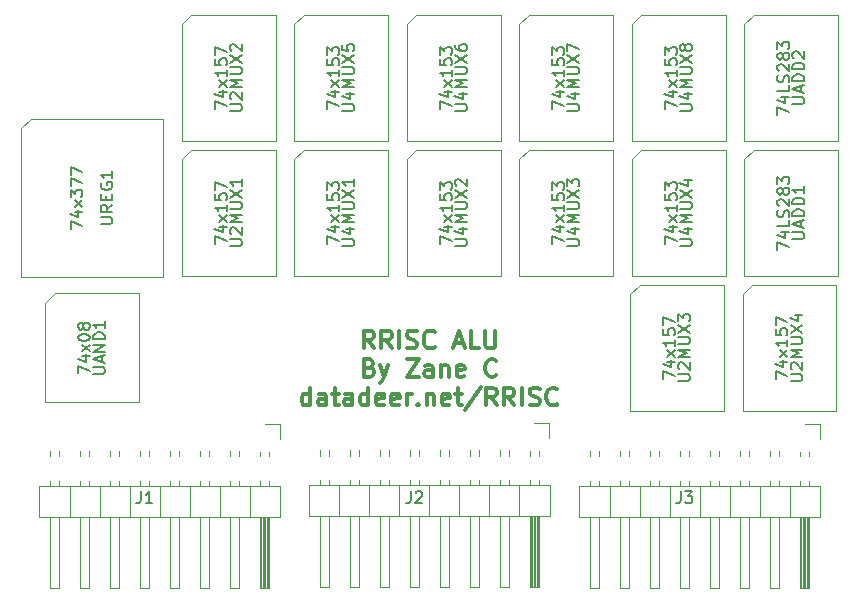
<source format=gbr>
%TF.GenerationSoftware,KiCad,Pcbnew,6.0.6-3a73a75311~116~ubuntu20.04.1*%
%TF.CreationDate,2022-07-29T20:39:59-07:00*%
%TF.ProjectId,ALUMux,414c554d-7578-42e6-9b69-6361645f7063,rev?*%
%TF.SameCoordinates,Original*%
%TF.FileFunction,Legend,Top*%
%TF.FilePolarity,Positive*%
%FSLAX46Y46*%
G04 Gerber Fmt 4.6, Leading zero omitted, Abs format (unit mm)*
G04 Created by KiCad (PCBNEW 6.0.6-3a73a75311~116~ubuntu20.04.1) date 2022-07-29 20:39:59*
%MOMM*%
%LPD*%
G01*
G04 APERTURE LIST*
%ADD10C,0.300000*%
%ADD11C,0.150000*%
%ADD12C,0.120000*%
G04 APERTURE END LIST*
D10*
X150225714Y-133391571D02*
X149725714Y-132677285D01*
X149368571Y-133391571D02*
X149368571Y-131891571D01*
X149940000Y-131891571D01*
X150082857Y-131963000D01*
X150154285Y-132034428D01*
X150225714Y-132177285D01*
X150225714Y-132391571D01*
X150154285Y-132534428D01*
X150082857Y-132605857D01*
X149940000Y-132677285D01*
X149368571Y-132677285D01*
X151725714Y-133391571D02*
X151225714Y-132677285D01*
X150868571Y-133391571D02*
X150868571Y-131891571D01*
X151440000Y-131891571D01*
X151582857Y-131963000D01*
X151654285Y-132034428D01*
X151725714Y-132177285D01*
X151725714Y-132391571D01*
X151654285Y-132534428D01*
X151582857Y-132605857D01*
X151440000Y-132677285D01*
X150868571Y-132677285D01*
X152368571Y-133391571D02*
X152368571Y-131891571D01*
X153011428Y-133320142D02*
X153225714Y-133391571D01*
X153582857Y-133391571D01*
X153725714Y-133320142D01*
X153797142Y-133248714D01*
X153868571Y-133105857D01*
X153868571Y-132963000D01*
X153797142Y-132820142D01*
X153725714Y-132748714D01*
X153582857Y-132677285D01*
X153297142Y-132605857D01*
X153154285Y-132534428D01*
X153082857Y-132463000D01*
X153011428Y-132320142D01*
X153011428Y-132177285D01*
X153082857Y-132034428D01*
X153154285Y-131963000D01*
X153297142Y-131891571D01*
X153654285Y-131891571D01*
X153868571Y-131963000D01*
X155368571Y-133248714D02*
X155297142Y-133320142D01*
X155082857Y-133391571D01*
X154940000Y-133391571D01*
X154725714Y-133320142D01*
X154582857Y-133177285D01*
X154511428Y-133034428D01*
X154440000Y-132748714D01*
X154440000Y-132534428D01*
X154511428Y-132248714D01*
X154582857Y-132105857D01*
X154725714Y-131963000D01*
X154940000Y-131891571D01*
X155082857Y-131891571D01*
X155297142Y-131963000D01*
X155368571Y-132034428D01*
X157082857Y-132963000D02*
X157797142Y-132963000D01*
X156940000Y-133391571D02*
X157440000Y-131891571D01*
X157940000Y-133391571D01*
X159154285Y-133391571D02*
X158440000Y-133391571D01*
X158440000Y-131891571D01*
X159654285Y-131891571D02*
X159654285Y-133105857D01*
X159725714Y-133248714D01*
X159797142Y-133320142D01*
X159940000Y-133391571D01*
X160225714Y-133391571D01*
X160368571Y-133320142D01*
X160440000Y-133248714D01*
X160511428Y-133105857D01*
X160511428Y-131891571D01*
X149868571Y-135020857D02*
X150082857Y-135092285D01*
X150154285Y-135163714D01*
X150225714Y-135306571D01*
X150225714Y-135520857D01*
X150154285Y-135663714D01*
X150082857Y-135735142D01*
X149940000Y-135806571D01*
X149368571Y-135806571D01*
X149368571Y-134306571D01*
X149868571Y-134306571D01*
X150011428Y-134378000D01*
X150082857Y-134449428D01*
X150154285Y-134592285D01*
X150154285Y-134735142D01*
X150082857Y-134878000D01*
X150011428Y-134949428D01*
X149868571Y-135020857D01*
X149368571Y-135020857D01*
X150725714Y-134806571D02*
X151082857Y-135806571D01*
X151440000Y-134806571D02*
X151082857Y-135806571D01*
X150940000Y-136163714D01*
X150868571Y-136235142D01*
X150725714Y-136306571D01*
X153011428Y-134306571D02*
X154011428Y-134306571D01*
X153011428Y-135806571D01*
X154011428Y-135806571D01*
X155225714Y-135806571D02*
X155225714Y-135020857D01*
X155154285Y-134878000D01*
X155011428Y-134806571D01*
X154725714Y-134806571D01*
X154582857Y-134878000D01*
X155225714Y-135735142D02*
X155082857Y-135806571D01*
X154725714Y-135806571D01*
X154582857Y-135735142D01*
X154511428Y-135592285D01*
X154511428Y-135449428D01*
X154582857Y-135306571D01*
X154725714Y-135235142D01*
X155082857Y-135235142D01*
X155225714Y-135163714D01*
X155940000Y-134806571D02*
X155940000Y-135806571D01*
X155940000Y-134949428D02*
X156011428Y-134878000D01*
X156154285Y-134806571D01*
X156368571Y-134806571D01*
X156511428Y-134878000D01*
X156582857Y-135020857D01*
X156582857Y-135806571D01*
X157868571Y-135735142D02*
X157725714Y-135806571D01*
X157440000Y-135806571D01*
X157297142Y-135735142D01*
X157225714Y-135592285D01*
X157225714Y-135020857D01*
X157297142Y-134878000D01*
X157440000Y-134806571D01*
X157725714Y-134806571D01*
X157868571Y-134878000D01*
X157940000Y-135020857D01*
X157940000Y-135163714D01*
X157225714Y-135306571D01*
X160582857Y-135663714D02*
X160511428Y-135735142D01*
X160297142Y-135806571D01*
X160154285Y-135806571D01*
X159940000Y-135735142D01*
X159797142Y-135592285D01*
X159725714Y-135449428D01*
X159654285Y-135163714D01*
X159654285Y-134949428D01*
X159725714Y-134663714D01*
X159797142Y-134520857D01*
X159940000Y-134378000D01*
X160154285Y-134306571D01*
X160297142Y-134306571D01*
X160511428Y-134378000D01*
X160582857Y-134449428D01*
X144832857Y-138221571D02*
X144832857Y-136721571D01*
X144832857Y-138150142D02*
X144690000Y-138221571D01*
X144404285Y-138221571D01*
X144261428Y-138150142D01*
X144190000Y-138078714D01*
X144118571Y-137935857D01*
X144118571Y-137507285D01*
X144190000Y-137364428D01*
X144261428Y-137293000D01*
X144404285Y-137221571D01*
X144690000Y-137221571D01*
X144832857Y-137293000D01*
X146190000Y-138221571D02*
X146190000Y-137435857D01*
X146118571Y-137293000D01*
X145975714Y-137221571D01*
X145690000Y-137221571D01*
X145547142Y-137293000D01*
X146190000Y-138150142D02*
X146047142Y-138221571D01*
X145690000Y-138221571D01*
X145547142Y-138150142D01*
X145475714Y-138007285D01*
X145475714Y-137864428D01*
X145547142Y-137721571D01*
X145690000Y-137650142D01*
X146047142Y-137650142D01*
X146190000Y-137578714D01*
X146690000Y-137221571D02*
X147261428Y-137221571D01*
X146904285Y-136721571D02*
X146904285Y-138007285D01*
X146975714Y-138150142D01*
X147118571Y-138221571D01*
X147261428Y-138221571D01*
X148404285Y-138221571D02*
X148404285Y-137435857D01*
X148332857Y-137293000D01*
X148190000Y-137221571D01*
X147904285Y-137221571D01*
X147761428Y-137293000D01*
X148404285Y-138150142D02*
X148261428Y-138221571D01*
X147904285Y-138221571D01*
X147761428Y-138150142D01*
X147690000Y-138007285D01*
X147690000Y-137864428D01*
X147761428Y-137721571D01*
X147904285Y-137650142D01*
X148261428Y-137650142D01*
X148404285Y-137578714D01*
X149761428Y-138221571D02*
X149761428Y-136721571D01*
X149761428Y-138150142D02*
X149618571Y-138221571D01*
X149332857Y-138221571D01*
X149190000Y-138150142D01*
X149118571Y-138078714D01*
X149047142Y-137935857D01*
X149047142Y-137507285D01*
X149118571Y-137364428D01*
X149190000Y-137293000D01*
X149332857Y-137221571D01*
X149618571Y-137221571D01*
X149761428Y-137293000D01*
X151047142Y-138150142D02*
X150904285Y-138221571D01*
X150618571Y-138221571D01*
X150475714Y-138150142D01*
X150404285Y-138007285D01*
X150404285Y-137435857D01*
X150475714Y-137293000D01*
X150618571Y-137221571D01*
X150904285Y-137221571D01*
X151047142Y-137293000D01*
X151118571Y-137435857D01*
X151118571Y-137578714D01*
X150404285Y-137721571D01*
X152332857Y-138150142D02*
X152190000Y-138221571D01*
X151904285Y-138221571D01*
X151761428Y-138150142D01*
X151690000Y-138007285D01*
X151690000Y-137435857D01*
X151761428Y-137293000D01*
X151904285Y-137221571D01*
X152190000Y-137221571D01*
X152332857Y-137293000D01*
X152404285Y-137435857D01*
X152404285Y-137578714D01*
X151690000Y-137721571D01*
X153047142Y-138221571D02*
X153047142Y-137221571D01*
X153047142Y-137507285D02*
X153118571Y-137364428D01*
X153190000Y-137293000D01*
X153332857Y-137221571D01*
X153475714Y-137221571D01*
X153975714Y-138078714D02*
X154047142Y-138150142D01*
X153975714Y-138221571D01*
X153904285Y-138150142D01*
X153975714Y-138078714D01*
X153975714Y-138221571D01*
X154690000Y-137221571D02*
X154690000Y-138221571D01*
X154690000Y-137364428D02*
X154761428Y-137293000D01*
X154904285Y-137221571D01*
X155118571Y-137221571D01*
X155261428Y-137293000D01*
X155332857Y-137435857D01*
X155332857Y-138221571D01*
X156618571Y-138150142D02*
X156475714Y-138221571D01*
X156190000Y-138221571D01*
X156047142Y-138150142D01*
X155975714Y-138007285D01*
X155975714Y-137435857D01*
X156047142Y-137293000D01*
X156190000Y-137221571D01*
X156475714Y-137221571D01*
X156618571Y-137293000D01*
X156690000Y-137435857D01*
X156690000Y-137578714D01*
X155975714Y-137721571D01*
X157118571Y-137221571D02*
X157690000Y-137221571D01*
X157332857Y-136721571D02*
X157332857Y-138007285D01*
X157404285Y-138150142D01*
X157547142Y-138221571D01*
X157690000Y-138221571D01*
X159261428Y-136650142D02*
X157975714Y-138578714D01*
X160618571Y-138221571D02*
X160118571Y-137507285D01*
X159761428Y-138221571D02*
X159761428Y-136721571D01*
X160332857Y-136721571D01*
X160475714Y-136793000D01*
X160547142Y-136864428D01*
X160618571Y-137007285D01*
X160618571Y-137221571D01*
X160547142Y-137364428D01*
X160475714Y-137435857D01*
X160332857Y-137507285D01*
X159761428Y-137507285D01*
X162118571Y-138221571D02*
X161618571Y-137507285D01*
X161261428Y-138221571D02*
X161261428Y-136721571D01*
X161832857Y-136721571D01*
X161975714Y-136793000D01*
X162047142Y-136864428D01*
X162118571Y-137007285D01*
X162118571Y-137221571D01*
X162047142Y-137364428D01*
X161975714Y-137435857D01*
X161832857Y-137507285D01*
X161261428Y-137507285D01*
X162761428Y-138221571D02*
X162761428Y-136721571D01*
X163404285Y-138150142D02*
X163618571Y-138221571D01*
X163975714Y-138221571D01*
X164118571Y-138150142D01*
X164190000Y-138078714D01*
X164261428Y-137935857D01*
X164261428Y-137793000D01*
X164190000Y-137650142D01*
X164118571Y-137578714D01*
X163975714Y-137507285D01*
X163690000Y-137435857D01*
X163547142Y-137364428D01*
X163475714Y-137293000D01*
X163404285Y-137150142D01*
X163404285Y-137007285D01*
X163475714Y-136864428D01*
X163547142Y-136793000D01*
X163690000Y-136721571D01*
X164047142Y-136721571D01*
X164261428Y-136793000D01*
X165761428Y-138078714D02*
X165690000Y-138150142D01*
X165475714Y-138221571D01*
X165332857Y-138221571D01*
X165118571Y-138150142D01*
X164975714Y-138007285D01*
X164904285Y-137864428D01*
X164832857Y-137578714D01*
X164832857Y-137364428D01*
X164904285Y-137078714D01*
X164975714Y-136935857D01*
X165118571Y-136793000D01*
X165332857Y-136721571D01*
X165475714Y-136721571D01*
X165690000Y-136793000D01*
X165761428Y-136864428D01*
D11*
%TO.C,U2MUX1*%
X138042380Y-124729523D02*
X138851904Y-124729523D01*
X138947142Y-124681904D01*
X138994761Y-124634285D01*
X139042380Y-124539047D01*
X139042380Y-124348571D01*
X138994761Y-124253333D01*
X138947142Y-124205714D01*
X138851904Y-124158095D01*
X138042380Y-124158095D01*
X138137619Y-123729523D02*
X138090000Y-123681904D01*
X138042380Y-123586666D01*
X138042380Y-123348571D01*
X138090000Y-123253333D01*
X138137619Y-123205714D01*
X138232857Y-123158095D01*
X138328095Y-123158095D01*
X138470952Y-123205714D01*
X139042380Y-123777142D01*
X139042380Y-123158095D01*
X139042380Y-122729523D02*
X138042380Y-122729523D01*
X138756666Y-122396190D01*
X138042380Y-122062857D01*
X139042380Y-122062857D01*
X138042380Y-121586666D02*
X138851904Y-121586666D01*
X138947142Y-121539047D01*
X138994761Y-121491428D01*
X139042380Y-121396190D01*
X139042380Y-121205714D01*
X138994761Y-121110476D01*
X138947142Y-121062857D01*
X138851904Y-121015238D01*
X138042380Y-121015238D01*
X138042380Y-120634285D02*
X139042380Y-119967619D01*
X138042380Y-119967619D02*
X139042380Y-120634285D01*
X139042380Y-119062857D02*
X139042380Y-119634285D01*
X139042380Y-119348571D02*
X138042380Y-119348571D01*
X138185238Y-119443809D01*
X138280476Y-119539047D01*
X138328095Y-119634285D01*
X136772380Y-124562857D02*
X136772380Y-123896190D01*
X137772380Y-124324761D01*
X137105714Y-123086666D02*
X137772380Y-123086666D01*
X136724761Y-123324761D02*
X137439047Y-123562857D01*
X137439047Y-122943809D01*
X137772380Y-122658095D02*
X137105714Y-122134285D01*
X137105714Y-122658095D02*
X137772380Y-122134285D01*
X137772380Y-121229523D02*
X137772380Y-121800952D01*
X137772380Y-121515238D02*
X136772380Y-121515238D01*
X136915238Y-121610476D01*
X137010476Y-121705714D01*
X137058095Y-121800952D01*
X136772380Y-120324761D02*
X136772380Y-120800952D01*
X137248571Y-120848571D01*
X137200952Y-120800952D01*
X137153333Y-120705714D01*
X137153333Y-120467619D01*
X137200952Y-120372380D01*
X137248571Y-120324761D01*
X137343809Y-120277142D01*
X137581904Y-120277142D01*
X137677142Y-120324761D01*
X137724761Y-120372380D01*
X137772380Y-120467619D01*
X137772380Y-120705714D01*
X137724761Y-120800952D01*
X137677142Y-120848571D01*
X136772380Y-119943809D02*
X136772380Y-119277142D01*
X137772380Y-119705714D01*
%TO.C,U4MUX3*%
X166617380Y-124729523D02*
X167426904Y-124729523D01*
X167522142Y-124681904D01*
X167569761Y-124634285D01*
X167617380Y-124539047D01*
X167617380Y-124348571D01*
X167569761Y-124253333D01*
X167522142Y-124205714D01*
X167426904Y-124158095D01*
X166617380Y-124158095D01*
X166950714Y-123253333D02*
X167617380Y-123253333D01*
X166569761Y-123491428D02*
X167284047Y-123729523D01*
X167284047Y-123110476D01*
X167617380Y-122729523D02*
X166617380Y-122729523D01*
X167331666Y-122396190D01*
X166617380Y-122062857D01*
X167617380Y-122062857D01*
X166617380Y-121586666D02*
X167426904Y-121586666D01*
X167522142Y-121539047D01*
X167569761Y-121491428D01*
X167617380Y-121396190D01*
X167617380Y-121205714D01*
X167569761Y-121110476D01*
X167522142Y-121062857D01*
X167426904Y-121015238D01*
X166617380Y-121015238D01*
X166617380Y-120634285D02*
X167617380Y-119967619D01*
X166617380Y-119967619D02*
X167617380Y-120634285D01*
X166617380Y-119681904D02*
X166617380Y-119062857D01*
X166998333Y-119396190D01*
X166998333Y-119253333D01*
X167045952Y-119158095D01*
X167093571Y-119110476D01*
X167188809Y-119062857D01*
X167426904Y-119062857D01*
X167522142Y-119110476D01*
X167569761Y-119158095D01*
X167617380Y-119253333D01*
X167617380Y-119539047D01*
X167569761Y-119634285D01*
X167522142Y-119681904D01*
X165347380Y-124562857D02*
X165347380Y-123896190D01*
X166347380Y-124324761D01*
X165680714Y-123086666D02*
X166347380Y-123086666D01*
X165299761Y-123324761D02*
X166014047Y-123562857D01*
X166014047Y-122943809D01*
X166347380Y-122658095D02*
X165680714Y-122134285D01*
X165680714Y-122658095D02*
X166347380Y-122134285D01*
X166347380Y-121229523D02*
X166347380Y-121800952D01*
X166347380Y-121515238D02*
X165347380Y-121515238D01*
X165490238Y-121610476D01*
X165585476Y-121705714D01*
X165633095Y-121800952D01*
X165347380Y-120324761D02*
X165347380Y-120800952D01*
X165823571Y-120848571D01*
X165775952Y-120800952D01*
X165728333Y-120705714D01*
X165728333Y-120467619D01*
X165775952Y-120372380D01*
X165823571Y-120324761D01*
X165918809Y-120277142D01*
X166156904Y-120277142D01*
X166252142Y-120324761D01*
X166299761Y-120372380D01*
X166347380Y-120467619D01*
X166347380Y-120705714D01*
X166299761Y-120800952D01*
X166252142Y-120848571D01*
X165347380Y-119943809D02*
X165347380Y-119324761D01*
X165728333Y-119658095D01*
X165728333Y-119515238D01*
X165775952Y-119420000D01*
X165823571Y-119372380D01*
X165918809Y-119324761D01*
X166156904Y-119324761D01*
X166252142Y-119372380D01*
X166299761Y-119420000D01*
X166347380Y-119515238D01*
X166347380Y-119800952D01*
X166299761Y-119896190D01*
X166252142Y-119943809D01*
%TO.C,J3*%
X176196666Y-145502380D02*
X176196666Y-146216666D01*
X176149047Y-146359523D01*
X176053809Y-146454761D01*
X175910952Y-146502380D01*
X175815714Y-146502380D01*
X176577619Y-145502380D02*
X177196666Y-145502380D01*
X176863333Y-145883333D01*
X177006190Y-145883333D01*
X177101428Y-145930952D01*
X177149047Y-145978571D01*
X177196666Y-146073809D01*
X177196666Y-146311904D01*
X177149047Y-146407142D01*
X177101428Y-146454761D01*
X177006190Y-146502380D01*
X176720476Y-146502380D01*
X176625238Y-146454761D01*
X176577619Y-146407142D01*
%TO.C,U2MUX3*%
X175982380Y-136159523D02*
X176791904Y-136159523D01*
X176887142Y-136111904D01*
X176934761Y-136064285D01*
X176982380Y-135969047D01*
X176982380Y-135778571D01*
X176934761Y-135683333D01*
X176887142Y-135635714D01*
X176791904Y-135588095D01*
X175982380Y-135588095D01*
X176077619Y-135159523D02*
X176030000Y-135111904D01*
X175982380Y-135016666D01*
X175982380Y-134778571D01*
X176030000Y-134683333D01*
X176077619Y-134635714D01*
X176172857Y-134588095D01*
X176268095Y-134588095D01*
X176410952Y-134635714D01*
X176982380Y-135207142D01*
X176982380Y-134588095D01*
X176982380Y-134159523D02*
X175982380Y-134159523D01*
X176696666Y-133826190D01*
X175982380Y-133492857D01*
X176982380Y-133492857D01*
X175982380Y-133016666D02*
X176791904Y-133016666D01*
X176887142Y-132969047D01*
X176934761Y-132921428D01*
X176982380Y-132826190D01*
X176982380Y-132635714D01*
X176934761Y-132540476D01*
X176887142Y-132492857D01*
X176791904Y-132445238D01*
X175982380Y-132445238D01*
X175982380Y-132064285D02*
X176982380Y-131397619D01*
X175982380Y-131397619D02*
X176982380Y-132064285D01*
X175982380Y-131111904D02*
X175982380Y-130492857D01*
X176363333Y-130826190D01*
X176363333Y-130683333D01*
X176410952Y-130588095D01*
X176458571Y-130540476D01*
X176553809Y-130492857D01*
X176791904Y-130492857D01*
X176887142Y-130540476D01*
X176934761Y-130588095D01*
X176982380Y-130683333D01*
X176982380Y-130969047D01*
X176934761Y-131064285D01*
X176887142Y-131111904D01*
X174712380Y-135992857D02*
X174712380Y-135326190D01*
X175712380Y-135754761D01*
X175045714Y-134516666D02*
X175712380Y-134516666D01*
X174664761Y-134754761D02*
X175379047Y-134992857D01*
X175379047Y-134373809D01*
X175712380Y-134088095D02*
X175045714Y-133564285D01*
X175045714Y-134088095D02*
X175712380Y-133564285D01*
X175712380Y-132659523D02*
X175712380Y-133230952D01*
X175712380Y-132945238D02*
X174712380Y-132945238D01*
X174855238Y-133040476D01*
X174950476Y-133135714D01*
X174998095Y-133230952D01*
X174712380Y-131754761D02*
X174712380Y-132230952D01*
X175188571Y-132278571D01*
X175140952Y-132230952D01*
X175093333Y-132135714D01*
X175093333Y-131897619D01*
X175140952Y-131802380D01*
X175188571Y-131754761D01*
X175283809Y-131707142D01*
X175521904Y-131707142D01*
X175617142Y-131754761D01*
X175664761Y-131802380D01*
X175712380Y-131897619D01*
X175712380Y-132135714D01*
X175664761Y-132230952D01*
X175617142Y-132278571D01*
X174712380Y-131373809D02*
X174712380Y-130707142D01*
X175712380Y-131135714D01*
%TO.C,UADD2*%
X185667380Y-112680476D02*
X186476904Y-112680476D01*
X186572142Y-112632857D01*
X186619761Y-112585238D01*
X186667380Y-112490000D01*
X186667380Y-112299523D01*
X186619761Y-112204285D01*
X186572142Y-112156666D01*
X186476904Y-112109047D01*
X185667380Y-112109047D01*
X186381666Y-111680476D02*
X186381666Y-111204285D01*
X186667380Y-111775714D02*
X185667380Y-111442380D01*
X186667380Y-111109047D01*
X186667380Y-110775714D02*
X185667380Y-110775714D01*
X185667380Y-110537619D01*
X185715000Y-110394761D01*
X185810238Y-110299523D01*
X185905476Y-110251904D01*
X186095952Y-110204285D01*
X186238809Y-110204285D01*
X186429285Y-110251904D01*
X186524523Y-110299523D01*
X186619761Y-110394761D01*
X186667380Y-110537619D01*
X186667380Y-110775714D01*
X186667380Y-109775714D02*
X185667380Y-109775714D01*
X185667380Y-109537619D01*
X185715000Y-109394761D01*
X185810238Y-109299523D01*
X185905476Y-109251904D01*
X186095952Y-109204285D01*
X186238809Y-109204285D01*
X186429285Y-109251904D01*
X186524523Y-109299523D01*
X186619761Y-109394761D01*
X186667380Y-109537619D01*
X186667380Y-109775714D01*
X185762619Y-108823333D02*
X185715000Y-108775714D01*
X185667380Y-108680476D01*
X185667380Y-108442380D01*
X185715000Y-108347142D01*
X185762619Y-108299523D01*
X185857857Y-108251904D01*
X185953095Y-108251904D01*
X186095952Y-108299523D01*
X186667380Y-108870952D01*
X186667380Y-108251904D01*
X184397380Y-113609047D02*
X184397380Y-112942380D01*
X185397380Y-113370952D01*
X184730714Y-112132857D02*
X185397380Y-112132857D01*
X184349761Y-112370952D02*
X185064047Y-112609047D01*
X185064047Y-111990000D01*
X185397380Y-111132857D02*
X185397380Y-111609047D01*
X184397380Y-111609047D01*
X185349761Y-110847142D02*
X185397380Y-110704285D01*
X185397380Y-110466190D01*
X185349761Y-110370952D01*
X185302142Y-110323333D01*
X185206904Y-110275714D01*
X185111666Y-110275714D01*
X185016428Y-110323333D01*
X184968809Y-110370952D01*
X184921190Y-110466190D01*
X184873571Y-110656666D01*
X184825952Y-110751904D01*
X184778333Y-110799523D01*
X184683095Y-110847142D01*
X184587857Y-110847142D01*
X184492619Y-110799523D01*
X184445000Y-110751904D01*
X184397380Y-110656666D01*
X184397380Y-110418571D01*
X184445000Y-110275714D01*
X184492619Y-109894761D02*
X184445000Y-109847142D01*
X184397380Y-109751904D01*
X184397380Y-109513809D01*
X184445000Y-109418571D01*
X184492619Y-109370952D01*
X184587857Y-109323333D01*
X184683095Y-109323333D01*
X184825952Y-109370952D01*
X185397380Y-109942380D01*
X185397380Y-109323333D01*
X184825952Y-108751904D02*
X184778333Y-108847142D01*
X184730714Y-108894761D01*
X184635476Y-108942380D01*
X184587857Y-108942380D01*
X184492619Y-108894761D01*
X184445000Y-108847142D01*
X184397380Y-108751904D01*
X184397380Y-108561428D01*
X184445000Y-108466190D01*
X184492619Y-108418571D01*
X184587857Y-108370952D01*
X184635476Y-108370952D01*
X184730714Y-108418571D01*
X184778333Y-108466190D01*
X184825952Y-108561428D01*
X184825952Y-108751904D01*
X184873571Y-108847142D01*
X184921190Y-108894761D01*
X185016428Y-108942380D01*
X185206904Y-108942380D01*
X185302142Y-108894761D01*
X185349761Y-108847142D01*
X185397380Y-108751904D01*
X185397380Y-108561428D01*
X185349761Y-108466190D01*
X185302142Y-108418571D01*
X185206904Y-108370952D01*
X185016428Y-108370952D01*
X184921190Y-108418571D01*
X184873571Y-108466190D01*
X184825952Y-108561428D01*
X184397380Y-108037619D02*
X184397380Y-107418571D01*
X184778333Y-107751904D01*
X184778333Y-107609047D01*
X184825952Y-107513809D01*
X184873571Y-107466190D01*
X184968809Y-107418571D01*
X185206904Y-107418571D01*
X185302142Y-107466190D01*
X185349761Y-107513809D01*
X185397380Y-107609047D01*
X185397380Y-107894761D01*
X185349761Y-107990000D01*
X185302142Y-108037619D01*
%TO.C,U2MUX4*%
X185507380Y-136159523D02*
X186316904Y-136159523D01*
X186412142Y-136111904D01*
X186459761Y-136064285D01*
X186507380Y-135969047D01*
X186507380Y-135778571D01*
X186459761Y-135683333D01*
X186412142Y-135635714D01*
X186316904Y-135588095D01*
X185507380Y-135588095D01*
X185602619Y-135159523D02*
X185555000Y-135111904D01*
X185507380Y-135016666D01*
X185507380Y-134778571D01*
X185555000Y-134683333D01*
X185602619Y-134635714D01*
X185697857Y-134588095D01*
X185793095Y-134588095D01*
X185935952Y-134635714D01*
X186507380Y-135207142D01*
X186507380Y-134588095D01*
X186507380Y-134159523D02*
X185507380Y-134159523D01*
X186221666Y-133826190D01*
X185507380Y-133492857D01*
X186507380Y-133492857D01*
X185507380Y-133016666D02*
X186316904Y-133016666D01*
X186412142Y-132969047D01*
X186459761Y-132921428D01*
X186507380Y-132826190D01*
X186507380Y-132635714D01*
X186459761Y-132540476D01*
X186412142Y-132492857D01*
X186316904Y-132445238D01*
X185507380Y-132445238D01*
X185507380Y-132064285D02*
X186507380Y-131397619D01*
X185507380Y-131397619D02*
X186507380Y-132064285D01*
X185840714Y-130588095D02*
X186507380Y-130588095D01*
X185459761Y-130826190D02*
X186174047Y-131064285D01*
X186174047Y-130445238D01*
X184237380Y-135992857D02*
X184237380Y-135326190D01*
X185237380Y-135754761D01*
X184570714Y-134516666D02*
X185237380Y-134516666D01*
X184189761Y-134754761D02*
X184904047Y-134992857D01*
X184904047Y-134373809D01*
X185237380Y-134088095D02*
X184570714Y-133564285D01*
X184570714Y-134088095D02*
X185237380Y-133564285D01*
X185237380Y-132659523D02*
X185237380Y-133230952D01*
X185237380Y-132945238D02*
X184237380Y-132945238D01*
X184380238Y-133040476D01*
X184475476Y-133135714D01*
X184523095Y-133230952D01*
X184237380Y-131754761D02*
X184237380Y-132230952D01*
X184713571Y-132278571D01*
X184665952Y-132230952D01*
X184618333Y-132135714D01*
X184618333Y-131897619D01*
X184665952Y-131802380D01*
X184713571Y-131754761D01*
X184808809Y-131707142D01*
X185046904Y-131707142D01*
X185142142Y-131754761D01*
X185189761Y-131802380D01*
X185237380Y-131897619D01*
X185237380Y-132135714D01*
X185189761Y-132230952D01*
X185142142Y-132278571D01*
X184237380Y-131373809D02*
X184237380Y-130707142D01*
X185237380Y-131135714D01*
%TO.C,U4MUX1*%
X147567380Y-124729523D02*
X148376904Y-124729523D01*
X148472142Y-124681904D01*
X148519761Y-124634285D01*
X148567380Y-124539047D01*
X148567380Y-124348571D01*
X148519761Y-124253333D01*
X148472142Y-124205714D01*
X148376904Y-124158095D01*
X147567380Y-124158095D01*
X147900714Y-123253333D02*
X148567380Y-123253333D01*
X147519761Y-123491428D02*
X148234047Y-123729523D01*
X148234047Y-123110476D01*
X148567380Y-122729523D02*
X147567380Y-122729523D01*
X148281666Y-122396190D01*
X147567380Y-122062857D01*
X148567380Y-122062857D01*
X147567380Y-121586666D02*
X148376904Y-121586666D01*
X148472142Y-121539047D01*
X148519761Y-121491428D01*
X148567380Y-121396190D01*
X148567380Y-121205714D01*
X148519761Y-121110476D01*
X148472142Y-121062857D01*
X148376904Y-121015238D01*
X147567380Y-121015238D01*
X147567380Y-120634285D02*
X148567380Y-119967619D01*
X147567380Y-119967619D02*
X148567380Y-120634285D01*
X148567380Y-119062857D02*
X148567380Y-119634285D01*
X148567380Y-119348571D02*
X147567380Y-119348571D01*
X147710238Y-119443809D01*
X147805476Y-119539047D01*
X147853095Y-119634285D01*
X146297380Y-124562857D02*
X146297380Y-123896190D01*
X147297380Y-124324761D01*
X146630714Y-123086666D02*
X147297380Y-123086666D01*
X146249761Y-123324761D02*
X146964047Y-123562857D01*
X146964047Y-122943809D01*
X147297380Y-122658095D02*
X146630714Y-122134285D01*
X146630714Y-122658095D02*
X147297380Y-122134285D01*
X147297380Y-121229523D02*
X147297380Y-121800952D01*
X147297380Y-121515238D02*
X146297380Y-121515238D01*
X146440238Y-121610476D01*
X146535476Y-121705714D01*
X146583095Y-121800952D01*
X146297380Y-120324761D02*
X146297380Y-120800952D01*
X146773571Y-120848571D01*
X146725952Y-120800952D01*
X146678333Y-120705714D01*
X146678333Y-120467619D01*
X146725952Y-120372380D01*
X146773571Y-120324761D01*
X146868809Y-120277142D01*
X147106904Y-120277142D01*
X147202142Y-120324761D01*
X147249761Y-120372380D01*
X147297380Y-120467619D01*
X147297380Y-120705714D01*
X147249761Y-120800952D01*
X147202142Y-120848571D01*
X146297380Y-119943809D02*
X146297380Y-119324761D01*
X146678333Y-119658095D01*
X146678333Y-119515238D01*
X146725952Y-119420000D01*
X146773571Y-119372380D01*
X146868809Y-119324761D01*
X147106904Y-119324761D01*
X147202142Y-119372380D01*
X147249761Y-119420000D01*
X147297380Y-119515238D01*
X147297380Y-119800952D01*
X147249761Y-119896190D01*
X147202142Y-119943809D01*
%TO.C,U4MUX6*%
X157092380Y-113299523D02*
X157901904Y-113299523D01*
X157997142Y-113251904D01*
X158044761Y-113204285D01*
X158092380Y-113109047D01*
X158092380Y-112918571D01*
X158044761Y-112823333D01*
X157997142Y-112775714D01*
X157901904Y-112728095D01*
X157092380Y-112728095D01*
X157425714Y-111823333D02*
X158092380Y-111823333D01*
X157044761Y-112061428D02*
X157759047Y-112299523D01*
X157759047Y-111680476D01*
X158092380Y-111299523D02*
X157092380Y-111299523D01*
X157806666Y-110966190D01*
X157092380Y-110632857D01*
X158092380Y-110632857D01*
X157092380Y-110156666D02*
X157901904Y-110156666D01*
X157997142Y-110109047D01*
X158044761Y-110061428D01*
X158092380Y-109966190D01*
X158092380Y-109775714D01*
X158044761Y-109680476D01*
X157997142Y-109632857D01*
X157901904Y-109585238D01*
X157092380Y-109585238D01*
X157092380Y-109204285D02*
X158092380Y-108537619D01*
X157092380Y-108537619D02*
X158092380Y-109204285D01*
X157092380Y-107728095D02*
X157092380Y-107918571D01*
X157140000Y-108013809D01*
X157187619Y-108061428D01*
X157330476Y-108156666D01*
X157520952Y-108204285D01*
X157901904Y-108204285D01*
X157997142Y-108156666D01*
X158044761Y-108109047D01*
X158092380Y-108013809D01*
X158092380Y-107823333D01*
X158044761Y-107728095D01*
X157997142Y-107680476D01*
X157901904Y-107632857D01*
X157663809Y-107632857D01*
X157568571Y-107680476D01*
X157520952Y-107728095D01*
X157473333Y-107823333D01*
X157473333Y-108013809D01*
X157520952Y-108109047D01*
X157568571Y-108156666D01*
X157663809Y-108204285D01*
X155822380Y-113132857D02*
X155822380Y-112466190D01*
X156822380Y-112894761D01*
X156155714Y-111656666D02*
X156822380Y-111656666D01*
X155774761Y-111894761D02*
X156489047Y-112132857D01*
X156489047Y-111513809D01*
X156822380Y-111228095D02*
X156155714Y-110704285D01*
X156155714Y-111228095D02*
X156822380Y-110704285D01*
X156822380Y-109799523D02*
X156822380Y-110370952D01*
X156822380Y-110085238D02*
X155822380Y-110085238D01*
X155965238Y-110180476D01*
X156060476Y-110275714D01*
X156108095Y-110370952D01*
X155822380Y-108894761D02*
X155822380Y-109370952D01*
X156298571Y-109418571D01*
X156250952Y-109370952D01*
X156203333Y-109275714D01*
X156203333Y-109037619D01*
X156250952Y-108942380D01*
X156298571Y-108894761D01*
X156393809Y-108847142D01*
X156631904Y-108847142D01*
X156727142Y-108894761D01*
X156774761Y-108942380D01*
X156822380Y-109037619D01*
X156822380Y-109275714D01*
X156774761Y-109370952D01*
X156727142Y-109418571D01*
X155822380Y-108513809D02*
X155822380Y-107894761D01*
X156203333Y-108228095D01*
X156203333Y-108085238D01*
X156250952Y-107990000D01*
X156298571Y-107942380D01*
X156393809Y-107894761D01*
X156631904Y-107894761D01*
X156727142Y-107942380D01*
X156774761Y-107990000D01*
X156822380Y-108085238D01*
X156822380Y-108370952D01*
X156774761Y-108466190D01*
X156727142Y-108513809D01*
%TO.C,J2*%
X153336666Y-145502380D02*
X153336666Y-146216666D01*
X153289047Y-146359523D01*
X153193809Y-146454761D01*
X153050952Y-146502380D01*
X152955714Y-146502380D01*
X153765238Y-145597619D02*
X153812857Y-145550000D01*
X153908095Y-145502380D01*
X154146190Y-145502380D01*
X154241428Y-145550000D01*
X154289047Y-145597619D01*
X154336666Y-145692857D01*
X154336666Y-145788095D01*
X154289047Y-145930952D01*
X153717619Y-146502380D01*
X154336666Y-146502380D01*
%TO.C,U4MUX5*%
X147567380Y-113299523D02*
X148376904Y-113299523D01*
X148472142Y-113251904D01*
X148519761Y-113204285D01*
X148567380Y-113109047D01*
X148567380Y-112918571D01*
X148519761Y-112823333D01*
X148472142Y-112775714D01*
X148376904Y-112728095D01*
X147567380Y-112728095D01*
X147900714Y-111823333D02*
X148567380Y-111823333D01*
X147519761Y-112061428D02*
X148234047Y-112299523D01*
X148234047Y-111680476D01*
X148567380Y-111299523D02*
X147567380Y-111299523D01*
X148281666Y-110966190D01*
X147567380Y-110632857D01*
X148567380Y-110632857D01*
X147567380Y-110156666D02*
X148376904Y-110156666D01*
X148472142Y-110109047D01*
X148519761Y-110061428D01*
X148567380Y-109966190D01*
X148567380Y-109775714D01*
X148519761Y-109680476D01*
X148472142Y-109632857D01*
X148376904Y-109585238D01*
X147567380Y-109585238D01*
X147567380Y-109204285D02*
X148567380Y-108537619D01*
X147567380Y-108537619D02*
X148567380Y-109204285D01*
X147567380Y-107680476D02*
X147567380Y-108156666D01*
X148043571Y-108204285D01*
X147995952Y-108156666D01*
X147948333Y-108061428D01*
X147948333Y-107823333D01*
X147995952Y-107728095D01*
X148043571Y-107680476D01*
X148138809Y-107632857D01*
X148376904Y-107632857D01*
X148472142Y-107680476D01*
X148519761Y-107728095D01*
X148567380Y-107823333D01*
X148567380Y-108061428D01*
X148519761Y-108156666D01*
X148472142Y-108204285D01*
X146297380Y-113132857D02*
X146297380Y-112466190D01*
X147297380Y-112894761D01*
X146630714Y-111656666D02*
X147297380Y-111656666D01*
X146249761Y-111894761D02*
X146964047Y-112132857D01*
X146964047Y-111513809D01*
X147297380Y-111228095D02*
X146630714Y-110704285D01*
X146630714Y-111228095D02*
X147297380Y-110704285D01*
X147297380Y-109799523D02*
X147297380Y-110370952D01*
X147297380Y-110085238D02*
X146297380Y-110085238D01*
X146440238Y-110180476D01*
X146535476Y-110275714D01*
X146583095Y-110370952D01*
X146297380Y-108894761D02*
X146297380Y-109370952D01*
X146773571Y-109418571D01*
X146725952Y-109370952D01*
X146678333Y-109275714D01*
X146678333Y-109037619D01*
X146725952Y-108942380D01*
X146773571Y-108894761D01*
X146868809Y-108847142D01*
X147106904Y-108847142D01*
X147202142Y-108894761D01*
X147249761Y-108942380D01*
X147297380Y-109037619D01*
X147297380Y-109275714D01*
X147249761Y-109370952D01*
X147202142Y-109418571D01*
X146297380Y-108513809D02*
X146297380Y-107894761D01*
X146678333Y-108228095D01*
X146678333Y-108085238D01*
X146725952Y-107990000D01*
X146773571Y-107942380D01*
X146868809Y-107894761D01*
X147106904Y-107894761D01*
X147202142Y-107942380D01*
X147249761Y-107990000D01*
X147297380Y-108085238D01*
X147297380Y-108370952D01*
X147249761Y-108466190D01*
X147202142Y-108513809D01*
%TO.C,UREG1*%
X127087380Y-122864285D02*
X127896904Y-122864285D01*
X127992142Y-122816666D01*
X128039761Y-122769047D01*
X128087380Y-122673809D01*
X128087380Y-122483333D01*
X128039761Y-122388095D01*
X127992142Y-122340476D01*
X127896904Y-122292857D01*
X127087380Y-122292857D01*
X128087380Y-121245238D02*
X127611190Y-121578571D01*
X128087380Y-121816666D02*
X127087380Y-121816666D01*
X127087380Y-121435714D01*
X127135000Y-121340476D01*
X127182619Y-121292857D01*
X127277857Y-121245238D01*
X127420714Y-121245238D01*
X127515952Y-121292857D01*
X127563571Y-121340476D01*
X127611190Y-121435714D01*
X127611190Y-121816666D01*
X127563571Y-120816666D02*
X127563571Y-120483333D01*
X128087380Y-120340476D02*
X128087380Y-120816666D01*
X127087380Y-120816666D01*
X127087380Y-120340476D01*
X127135000Y-119388095D02*
X127087380Y-119483333D01*
X127087380Y-119626190D01*
X127135000Y-119769047D01*
X127230238Y-119864285D01*
X127325476Y-119911904D01*
X127515952Y-119959523D01*
X127658809Y-119959523D01*
X127849285Y-119911904D01*
X127944523Y-119864285D01*
X128039761Y-119769047D01*
X128087380Y-119626190D01*
X128087380Y-119530952D01*
X128039761Y-119388095D01*
X127992142Y-119340476D01*
X127658809Y-119340476D01*
X127658809Y-119530952D01*
X128087380Y-118388095D02*
X128087380Y-118959523D01*
X128087380Y-118673809D02*
X127087380Y-118673809D01*
X127230238Y-118769047D01*
X127325476Y-118864285D01*
X127373095Y-118959523D01*
X124547380Y-123292857D02*
X124547380Y-122626190D01*
X125547380Y-123054761D01*
X124880714Y-121816666D02*
X125547380Y-121816666D01*
X124499761Y-122054761D02*
X125214047Y-122292857D01*
X125214047Y-121673809D01*
X125547380Y-121388095D02*
X124880714Y-120864285D01*
X124880714Y-121388095D02*
X125547380Y-120864285D01*
X124547380Y-120578571D02*
X124547380Y-119959523D01*
X124928333Y-120292857D01*
X124928333Y-120150000D01*
X124975952Y-120054761D01*
X125023571Y-120007142D01*
X125118809Y-119959523D01*
X125356904Y-119959523D01*
X125452142Y-120007142D01*
X125499761Y-120054761D01*
X125547380Y-120150000D01*
X125547380Y-120435714D01*
X125499761Y-120530952D01*
X125452142Y-120578571D01*
X124547380Y-119626190D02*
X124547380Y-118959523D01*
X125547380Y-119388095D01*
X124547380Y-118673809D02*
X124547380Y-118007142D01*
X125547380Y-118435714D01*
%TO.C,U4MUX4*%
X176142380Y-124729523D02*
X176951904Y-124729523D01*
X177047142Y-124681904D01*
X177094761Y-124634285D01*
X177142380Y-124539047D01*
X177142380Y-124348571D01*
X177094761Y-124253333D01*
X177047142Y-124205714D01*
X176951904Y-124158095D01*
X176142380Y-124158095D01*
X176475714Y-123253333D02*
X177142380Y-123253333D01*
X176094761Y-123491428D02*
X176809047Y-123729523D01*
X176809047Y-123110476D01*
X177142380Y-122729523D02*
X176142380Y-122729523D01*
X176856666Y-122396190D01*
X176142380Y-122062857D01*
X177142380Y-122062857D01*
X176142380Y-121586666D02*
X176951904Y-121586666D01*
X177047142Y-121539047D01*
X177094761Y-121491428D01*
X177142380Y-121396190D01*
X177142380Y-121205714D01*
X177094761Y-121110476D01*
X177047142Y-121062857D01*
X176951904Y-121015238D01*
X176142380Y-121015238D01*
X176142380Y-120634285D02*
X177142380Y-119967619D01*
X176142380Y-119967619D02*
X177142380Y-120634285D01*
X176475714Y-119158095D02*
X177142380Y-119158095D01*
X176094761Y-119396190D02*
X176809047Y-119634285D01*
X176809047Y-119015238D01*
X174872380Y-124562857D02*
X174872380Y-123896190D01*
X175872380Y-124324761D01*
X175205714Y-123086666D02*
X175872380Y-123086666D01*
X174824761Y-123324761D02*
X175539047Y-123562857D01*
X175539047Y-122943809D01*
X175872380Y-122658095D02*
X175205714Y-122134285D01*
X175205714Y-122658095D02*
X175872380Y-122134285D01*
X175872380Y-121229523D02*
X175872380Y-121800952D01*
X175872380Y-121515238D02*
X174872380Y-121515238D01*
X175015238Y-121610476D01*
X175110476Y-121705714D01*
X175158095Y-121800952D01*
X174872380Y-120324761D02*
X174872380Y-120800952D01*
X175348571Y-120848571D01*
X175300952Y-120800952D01*
X175253333Y-120705714D01*
X175253333Y-120467619D01*
X175300952Y-120372380D01*
X175348571Y-120324761D01*
X175443809Y-120277142D01*
X175681904Y-120277142D01*
X175777142Y-120324761D01*
X175824761Y-120372380D01*
X175872380Y-120467619D01*
X175872380Y-120705714D01*
X175824761Y-120800952D01*
X175777142Y-120848571D01*
X174872380Y-119943809D02*
X174872380Y-119324761D01*
X175253333Y-119658095D01*
X175253333Y-119515238D01*
X175300952Y-119420000D01*
X175348571Y-119372380D01*
X175443809Y-119324761D01*
X175681904Y-119324761D01*
X175777142Y-119372380D01*
X175824761Y-119420000D01*
X175872380Y-119515238D01*
X175872380Y-119800952D01*
X175824761Y-119896190D01*
X175777142Y-119943809D01*
%TO.C,U2MUX2*%
X138042380Y-113299523D02*
X138851904Y-113299523D01*
X138947142Y-113251904D01*
X138994761Y-113204285D01*
X139042380Y-113109047D01*
X139042380Y-112918571D01*
X138994761Y-112823333D01*
X138947142Y-112775714D01*
X138851904Y-112728095D01*
X138042380Y-112728095D01*
X138137619Y-112299523D02*
X138090000Y-112251904D01*
X138042380Y-112156666D01*
X138042380Y-111918571D01*
X138090000Y-111823333D01*
X138137619Y-111775714D01*
X138232857Y-111728095D01*
X138328095Y-111728095D01*
X138470952Y-111775714D01*
X139042380Y-112347142D01*
X139042380Y-111728095D01*
X139042380Y-111299523D02*
X138042380Y-111299523D01*
X138756666Y-110966190D01*
X138042380Y-110632857D01*
X139042380Y-110632857D01*
X138042380Y-110156666D02*
X138851904Y-110156666D01*
X138947142Y-110109047D01*
X138994761Y-110061428D01*
X139042380Y-109966190D01*
X139042380Y-109775714D01*
X138994761Y-109680476D01*
X138947142Y-109632857D01*
X138851904Y-109585238D01*
X138042380Y-109585238D01*
X138042380Y-109204285D02*
X139042380Y-108537619D01*
X138042380Y-108537619D02*
X139042380Y-109204285D01*
X138137619Y-108204285D02*
X138090000Y-108156666D01*
X138042380Y-108061428D01*
X138042380Y-107823333D01*
X138090000Y-107728095D01*
X138137619Y-107680476D01*
X138232857Y-107632857D01*
X138328095Y-107632857D01*
X138470952Y-107680476D01*
X139042380Y-108251904D01*
X139042380Y-107632857D01*
X136772380Y-113132857D02*
X136772380Y-112466190D01*
X137772380Y-112894761D01*
X137105714Y-111656666D02*
X137772380Y-111656666D01*
X136724761Y-111894761D02*
X137439047Y-112132857D01*
X137439047Y-111513809D01*
X137772380Y-111228095D02*
X137105714Y-110704285D01*
X137105714Y-111228095D02*
X137772380Y-110704285D01*
X137772380Y-109799523D02*
X137772380Y-110370952D01*
X137772380Y-110085238D02*
X136772380Y-110085238D01*
X136915238Y-110180476D01*
X137010476Y-110275714D01*
X137058095Y-110370952D01*
X136772380Y-108894761D02*
X136772380Y-109370952D01*
X137248571Y-109418571D01*
X137200952Y-109370952D01*
X137153333Y-109275714D01*
X137153333Y-109037619D01*
X137200952Y-108942380D01*
X137248571Y-108894761D01*
X137343809Y-108847142D01*
X137581904Y-108847142D01*
X137677142Y-108894761D01*
X137724761Y-108942380D01*
X137772380Y-109037619D01*
X137772380Y-109275714D01*
X137724761Y-109370952D01*
X137677142Y-109418571D01*
X136772380Y-108513809D02*
X136772380Y-107847142D01*
X137772380Y-108275714D01*
%TO.C,U4MUX7*%
X166617380Y-113299523D02*
X167426904Y-113299523D01*
X167522142Y-113251904D01*
X167569761Y-113204285D01*
X167617380Y-113109047D01*
X167617380Y-112918571D01*
X167569761Y-112823333D01*
X167522142Y-112775714D01*
X167426904Y-112728095D01*
X166617380Y-112728095D01*
X166950714Y-111823333D02*
X167617380Y-111823333D01*
X166569761Y-112061428D02*
X167284047Y-112299523D01*
X167284047Y-111680476D01*
X167617380Y-111299523D02*
X166617380Y-111299523D01*
X167331666Y-110966190D01*
X166617380Y-110632857D01*
X167617380Y-110632857D01*
X166617380Y-110156666D02*
X167426904Y-110156666D01*
X167522142Y-110109047D01*
X167569761Y-110061428D01*
X167617380Y-109966190D01*
X167617380Y-109775714D01*
X167569761Y-109680476D01*
X167522142Y-109632857D01*
X167426904Y-109585238D01*
X166617380Y-109585238D01*
X166617380Y-109204285D02*
X167617380Y-108537619D01*
X166617380Y-108537619D02*
X167617380Y-109204285D01*
X166617380Y-108251904D02*
X166617380Y-107585238D01*
X167617380Y-108013809D01*
X165347380Y-113132857D02*
X165347380Y-112466190D01*
X166347380Y-112894761D01*
X165680714Y-111656666D02*
X166347380Y-111656666D01*
X165299761Y-111894761D02*
X166014047Y-112132857D01*
X166014047Y-111513809D01*
X166347380Y-111228095D02*
X165680714Y-110704285D01*
X165680714Y-111228095D02*
X166347380Y-110704285D01*
X166347380Y-109799523D02*
X166347380Y-110370952D01*
X166347380Y-110085238D02*
X165347380Y-110085238D01*
X165490238Y-110180476D01*
X165585476Y-110275714D01*
X165633095Y-110370952D01*
X165347380Y-108894761D02*
X165347380Y-109370952D01*
X165823571Y-109418571D01*
X165775952Y-109370952D01*
X165728333Y-109275714D01*
X165728333Y-109037619D01*
X165775952Y-108942380D01*
X165823571Y-108894761D01*
X165918809Y-108847142D01*
X166156904Y-108847142D01*
X166252142Y-108894761D01*
X166299761Y-108942380D01*
X166347380Y-109037619D01*
X166347380Y-109275714D01*
X166299761Y-109370952D01*
X166252142Y-109418571D01*
X165347380Y-108513809D02*
X165347380Y-107894761D01*
X165728333Y-108228095D01*
X165728333Y-108085238D01*
X165775952Y-107990000D01*
X165823571Y-107942380D01*
X165918809Y-107894761D01*
X166156904Y-107894761D01*
X166252142Y-107942380D01*
X166299761Y-107990000D01*
X166347380Y-108085238D01*
X166347380Y-108370952D01*
X166299761Y-108466190D01*
X166252142Y-108513809D01*
%TO.C,U4MUX8*%
X176142380Y-113299523D02*
X176951904Y-113299523D01*
X177047142Y-113251904D01*
X177094761Y-113204285D01*
X177142380Y-113109047D01*
X177142380Y-112918571D01*
X177094761Y-112823333D01*
X177047142Y-112775714D01*
X176951904Y-112728095D01*
X176142380Y-112728095D01*
X176475714Y-111823333D02*
X177142380Y-111823333D01*
X176094761Y-112061428D02*
X176809047Y-112299523D01*
X176809047Y-111680476D01*
X177142380Y-111299523D02*
X176142380Y-111299523D01*
X176856666Y-110966190D01*
X176142380Y-110632857D01*
X177142380Y-110632857D01*
X176142380Y-110156666D02*
X176951904Y-110156666D01*
X177047142Y-110109047D01*
X177094761Y-110061428D01*
X177142380Y-109966190D01*
X177142380Y-109775714D01*
X177094761Y-109680476D01*
X177047142Y-109632857D01*
X176951904Y-109585238D01*
X176142380Y-109585238D01*
X176142380Y-109204285D02*
X177142380Y-108537619D01*
X176142380Y-108537619D02*
X177142380Y-109204285D01*
X176570952Y-108013809D02*
X176523333Y-108109047D01*
X176475714Y-108156666D01*
X176380476Y-108204285D01*
X176332857Y-108204285D01*
X176237619Y-108156666D01*
X176190000Y-108109047D01*
X176142380Y-108013809D01*
X176142380Y-107823333D01*
X176190000Y-107728095D01*
X176237619Y-107680476D01*
X176332857Y-107632857D01*
X176380476Y-107632857D01*
X176475714Y-107680476D01*
X176523333Y-107728095D01*
X176570952Y-107823333D01*
X176570952Y-108013809D01*
X176618571Y-108109047D01*
X176666190Y-108156666D01*
X176761428Y-108204285D01*
X176951904Y-108204285D01*
X177047142Y-108156666D01*
X177094761Y-108109047D01*
X177142380Y-108013809D01*
X177142380Y-107823333D01*
X177094761Y-107728095D01*
X177047142Y-107680476D01*
X176951904Y-107632857D01*
X176761428Y-107632857D01*
X176666190Y-107680476D01*
X176618571Y-107728095D01*
X176570952Y-107823333D01*
X174872380Y-113132857D02*
X174872380Y-112466190D01*
X175872380Y-112894761D01*
X175205714Y-111656666D02*
X175872380Y-111656666D01*
X174824761Y-111894761D02*
X175539047Y-112132857D01*
X175539047Y-111513809D01*
X175872380Y-111228095D02*
X175205714Y-110704285D01*
X175205714Y-111228095D02*
X175872380Y-110704285D01*
X175872380Y-109799523D02*
X175872380Y-110370952D01*
X175872380Y-110085238D02*
X174872380Y-110085238D01*
X175015238Y-110180476D01*
X175110476Y-110275714D01*
X175158095Y-110370952D01*
X174872380Y-108894761D02*
X174872380Y-109370952D01*
X175348571Y-109418571D01*
X175300952Y-109370952D01*
X175253333Y-109275714D01*
X175253333Y-109037619D01*
X175300952Y-108942380D01*
X175348571Y-108894761D01*
X175443809Y-108847142D01*
X175681904Y-108847142D01*
X175777142Y-108894761D01*
X175824761Y-108942380D01*
X175872380Y-109037619D01*
X175872380Y-109275714D01*
X175824761Y-109370952D01*
X175777142Y-109418571D01*
X174872380Y-108513809D02*
X174872380Y-107894761D01*
X175253333Y-108228095D01*
X175253333Y-108085238D01*
X175300952Y-107990000D01*
X175348571Y-107942380D01*
X175443809Y-107894761D01*
X175681904Y-107894761D01*
X175777142Y-107942380D01*
X175824761Y-107990000D01*
X175872380Y-108085238D01*
X175872380Y-108370952D01*
X175824761Y-108466190D01*
X175777142Y-108513809D01*
%TO.C,UAND1*%
X126452380Y-135564285D02*
X127261904Y-135564285D01*
X127357142Y-135516666D01*
X127404761Y-135469047D01*
X127452380Y-135373809D01*
X127452380Y-135183333D01*
X127404761Y-135088095D01*
X127357142Y-135040476D01*
X127261904Y-134992857D01*
X126452380Y-134992857D01*
X127166666Y-134564285D02*
X127166666Y-134088095D01*
X127452380Y-134659523D02*
X126452380Y-134326190D01*
X127452380Y-133992857D01*
X127452380Y-133659523D02*
X126452380Y-133659523D01*
X127452380Y-133088095D01*
X126452380Y-133088095D01*
X127452380Y-132611904D02*
X126452380Y-132611904D01*
X126452380Y-132373809D01*
X126500000Y-132230952D01*
X126595238Y-132135714D01*
X126690476Y-132088095D01*
X126880952Y-132040476D01*
X127023809Y-132040476D01*
X127214285Y-132088095D01*
X127309523Y-132135714D01*
X127404761Y-132230952D01*
X127452380Y-132373809D01*
X127452380Y-132611904D01*
X127452380Y-131088095D02*
X127452380Y-131659523D01*
X127452380Y-131373809D02*
X126452380Y-131373809D01*
X126595238Y-131469047D01*
X126690476Y-131564285D01*
X126738095Y-131659523D01*
X125182380Y-135516666D02*
X125182380Y-134850000D01*
X126182380Y-135278571D01*
X125515714Y-134040476D02*
X126182380Y-134040476D01*
X125134761Y-134278571D02*
X125849047Y-134516666D01*
X125849047Y-133897619D01*
X126182380Y-133611904D02*
X125515714Y-133088095D01*
X125515714Y-133611904D02*
X126182380Y-133088095D01*
X125182380Y-132516666D02*
X125182380Y-132421428D01*
X125230000Y-132326190D01*
X125277619Y-132278571D01*
X125372857Y-132230952D01*
X125563333Y-132183333D01*
X125801428Y-132183333D01*
X125991904Y-132230952D01*
X126087142Y-132278571D01*
X126134761Y-132326190D01*
X126182380Y-132421428D01*
X126182380Y-132516666D01*
X126134761Y-132611904D01*
X126087142Y-132659523D01*
X125991904Y-132707142D01*
X125801428Y-132754761D01*
X125563333Y-132754761D01*
X125372857Y-132707142D01*
X125277619Y-132659523D01*
X125230000Y-132611904D01*
X125182380Y-132516666D01*
X125610952Y-131611904D02*
X125563333Y-131707142D01*
X125515714Y-131754761D01*
X125420476Y-131802380D01*
X125372857Y-131802380D01*
X125277619Y-131754761D01*
X125230000Y-131707142D01*
X125182380Y-131611904D01*
X125182380Y-131421428D01*
X125230000Y-131326190D01*
X125277619Y-131278571D01*
X125372857Y-131230952D01*
X125420476Y-131230952D01*
X125515714Y-131278571D01*
X125563333Y-131326190D01*
X125610952Y-131421428D01*
X125610952Y-131611904D01*
X125658571Y-131707142D01*
X125706190Y-131754761D01*
X125801428Y-131802380D01*
X125991904Y-131802380D01*
X126087142Y-131754761D01*
X126134761Y-131707142D01*
X126182380Y-131611904D01*
X126182380Y-131421428D01*
X126134761Y-131326190D01*
X126087142Y-131278571D01*
X125991904Y-131230952D01*
X125801428Y-131230952D01*
X125706190Y-131278571D01*
X125658571Y-131326190D01*
X125610952Y-131421428D01*
%TO.C,J1*%
X130476666Y-145502380D02*
X130476666Y-146216666D01*
X130429047Y-146359523D01*
X130333809Y-146454761D01*
X130190952Y-146502380D01*
X130095714Y-146502380D01*
X131476666Y-146502380D02*
X130905238Y-146502380D01*
X131190952Y-146502380D02*
X131190952Y-145502380D01*
X131095714Y-145645238D01*
X131000476Y-145740476D01*
X130905238Y-145788095D01*
%TO.C,UADD1*%
X185667380Y-124110476D02*
X186476904Y-124110476D01*
X186572142Y-124062857D01*
X186619761Y-124015238D01*
X186667380Y-123920000D01*
X186667380Y-123729523D01*
X186619761Y-123634285D01*
X186572142Y-123586666D01*
X186476904Y-123539047D01*
X185667380Y-123539047D01*
X186381666Y-123110476D02*
X186381666Y-122634285D01*
X186667380Y-123205714D02*
X185667380Y-122872380D01*
X186667380Y-122539047D01*
X186667380Y-122205714D02*
X185667380Y-122205714D01*
X185667380Y-121967619D01*
X185715000Y-121824761D01*
X185810238Y-121729523D01*
X185905476Y-121681904D01*
X186095952Y-121634285D01*
X186238809Y-121634285D01*
X186429285Y-121681904D01*
X186524523Y-121729523D01*
X186619761Y-121824761D01*
X186667380Y-121967619D01*
X186667380Y-122205714D01*
X186667380Y-121205714D02*
X185667380Y-121205714D01*
X185667380Y-120967619D01*
X185715000Y-120824761D01*
X185810238Y-120729523D01*
X185905476Y-120681904D01*
X186095952Y-120634285D01*
X186238809Y-120634285D01*
X186429285Y-120681904D01*
X186524523Y-120729523D01*
X186619761Y-120824761D01*
X186667380Y-120967619D01*
X186667380Y-121205714D01*
X186667380Y-119681904D02*
X186667380Y-120253333D01*
X186667380Y-119967619D02*
X185667380Y-119967619D01*
X185810238Y-120062857D01*
X185905476Y-120158095D01*
X185953095Y-120253333D01*
X184397380Y-125039047D02*
X184397380Y-124372380D01*
X185397380Y-124800952D01*
X184730714Y-123562857D02*
X185397380Y-123562857D01*
X184349761Y-123800952D02*
X185064047Y-124039047D01*
X185064047Y-123420000D01*
X185397380Y-122562857D02*
X185397380Y-123039047D01*
X184397380Y-123039047D01*
X185349761Y-122277142D02*
X185397380Y-122134285D01*
X185397380Y-121896190D01*
X185349761Y-121800952D01*
X185302142Y-121753333D01*
X185206904Y-121705714D01*
X185111666Y-121705714D01*
X185016428Y-121753333D01*
X184968809Y-121800952D01*
X184921190Y-121896190D01*
X184873571Y-122086666D01*
X184825952Y-122181904D01*
X184778333Y-122229523D01*
X184683095Y-122277142D01*
X184587857Y-122277142D01*
X184492619Y-122229523D01*
X184445000Y-122181904D01*
X184397380Y-122086666D01*
X184397380Y-121848571D01*
X184445000Y-121705714D01*
X184492619Y-121324761D02*
X184445000Y-121277142D01*
X184397380Y-121181904D01*
X184397380Y-120943809D01*
X184445000Y-120848571D01*
X184492619Y-120800952D01*
X184587857Y-120753333D01*
X184683095Y-120753333D01*
X184825952Y-120800952D01*
X185397380Y-121372380D01*
X185397380Y-120753333D01*
X184825952Y-120181904D02*
X184778333Y-120277142D01*
X184730714Y-120324761D01*
X184635476Y-120372380D01*
X184587857Y-120372380D01*
X184492619Y-120324761D01*
X184445000Y-120277142D01*
X184397380Y-120181904D01*
X184397380Y-119991428D01*
X184445000Y-119896190D01*
X184492619Y-119848571D01*
X184587857Y-119800952D01*
X184635476Y-119800952D01*
X184730714Y-119848571D01*
X184778333Y-119896190D01*
X184825952Y-119991428D01*
X184825952Y-120181904D01*
X184873571Y-120277142D01*
X184921190Y-120324761D01*
X185016428Y-120372380D01*
X185206904Y-120372380D01*
X185302142Y-120324761D01*
X185349761Y-120277142D01*
X185397380Y-120181904D01*
X185397380Y-119991428D01*
X185349761Y-119896190D01*
X185302142Y-119848571D01*
X185206904Y-119800952D01*
X185016428Y-119800952D01*
X184921190Y-119848571D01*
X184873571Y-119896190D01*
X184825952Y-119991428D01*
X184397380Y-119467619D02*
X184397380Y-118848571D01*
X184778333Y-119181904D01*
X184778333Y-119039047D01*
X184825952Y-118943809D01*
X184873571Y-118896190D01*
X184968809Y-118848571D01*
X185206904Y-118848571D01*
X185302142Y-118896190D01*
X185349761Y-118943809D01*
X185397380Y-119039047D01*
X185397380Y-119324761D01*
X185349761Y-119420000D01*
X185302142Y-119467619D01*
%TO.C,U4MUX2*%
X157092380Y-124729523D02*
X157901904Y-124729523D01*
X157997142Y-124681904D01*
X158044761Y-124634285D01*
X158092380Y-124539047D01*
X158092380Y-124348571D01*
X158044761Y-124253333D01*
X157997142Y-124205714D01*
X157901904Y-124158095D01*
X157092380Y-124158095D01*
X157425714Y-123253333D02*
X158092380Y-123253333D01*
X157044761Y-123491428D02*
X157759047Y-123729523D01*
X157759047Y-123110476D01*
X158092380Y-122729523D02*
X157092380Y-122729523D01*
X157806666Y-122396190D01*
X157092380Y-122062857D01*
X158092380Y-122062857D01*
X157092380Y-121586666D02*
X157901904Y-121586666D01*
X157997142Y-121539047D01*
X158044761Y-121491428D01*
X158092380Y-121396190D01*
X158092380Y-121205714D01*
X158044761Y-121110476D01*
X157997142Y-121062857D01*
X157901904Y-121015238D01*
X157092380Y-121015238D01*
X157092380Y-120634285D02*
X158092380Y-119967619D01*
X157092380Y-119967619D02*
X158092380Y-120634285D01*
X157187619Y-119634285D02*
X157140000Y-119586666D01*
X157092380Y-119491428D01*
X157092380Y-119253333D01*
X157140000Y-119158095D01*
X157187619Y-119110476D01*
X157282857Y-119062857D01*
X157378095Y-119062857D01*
X157520952Y-119110476D01*
X158092380Y-119681904D01*
X158092380Y-119062857D01*
X155822380Y-124562857D02*
X155822380Y-123896190D01*
X156822380Y-124324761D01*
X156155714Y-123086666D02*
X156822380Y-123086666D01*
X155774761Y-123324761D02*
X156489047Y-123562857D01*
X156489047Y-122943809D01*
X156822380Y-122658095D02*
X156155714Y-122134285D01*
X156155714Y-122658095D02*
X156822380Y-122134285D01*
X156822380Y-121229523D02*
X156822380Y-121800952D01*
X156822380Y-121515238D02*
X155822380Y-121515238D01*
X155965238Y-121610476D01*
X156060476Y-121705714D01*
X156108095Y-121800952D01*
X155822380Y-120324761D02*
X155822380Y-120800952D01*
X156298571Y-120848571D01*
X156250952Y-120800952D01*
X156203333Y-120705714D01*
X156203333Y-120467619D01*
X156250952Y-120372380D01*
X156298571Y-120324761D01*
X156393809Y-120277142D01*
X156631904Y-120277142D01*
X156727142Y-120324761D01*
X156774761Y-120372380D01*
X156822380Y-120467619D01*
X156822380Y-120705714D01*
X156774761Y-120800952D01*
X156727142Y-120848571D01*
X155822380Y-119943809D02*
X155822380Y-119324761D01*
X156203333Y-119658095D01*
X156203333Y-119515238D01*
X156250952Y-119420000D01*
X156298571Y-119372380D01*
X156393809Y-119324761D01*
X156631904Y-119324761D01*
X156727142Y-119372380D01*
X156774761Y-119420000D01*
X156822380Y-119515238D01*
X156822380Y-119800952D01*
X156774761Y-119896190D01*
X156727142Y-119943809D01*
D12*
%TO.C,U2MUX1*%
X141930000Y-116575000D02*
X141930000Y-127265000D01*
X133980000Y-117375000D02*
X134780000Y-116575000D01*
X134780000Y-116575000D02*
X141930000Y-116575000D01*
X133980000Y-127265000D02*
X133980000Y-117375000D01*
X141930000Y-127265000D02*
X133980000Y-127265000D01*
%TO.C,U4MUX3*%
X163355000Y-116575000D02*
X170505000Y-116575000D01*
X170505000Y-116575000D02*
X170505000Y-127265000D01*
X170505000Y-127265000D02*
X162555000Y-127265000D01*
X162555000Y-127265000D02*
X162555000Y-117375000D01*
X162555000Y-117375000D02*
X163355000Y-116575000D01*
%TO.C,J3*%
X187070000Y-144617929D02*
X187070000Y-145015000D01*
X186410000Y-147675000D02*
X186410000Y-153675000D01*
X186310000Y-153675000D02*
X186310000Y-147675000D01*
X173610000Y-153675000D02*
X173610000Y-147675000D01*
X186690000Y-139765000D02*
X187960000Y-139765000D01*
X174370000Y-147675000D02*
X174370000Y-153675000D01*
X183770000Y-144617929D02*
X183770000Y-145015000D01*
X187070000Y-142145000D02*
X187070000Y-142532071D01*
X176150000Y-144617929D02*
X176150000Y-145015000D01*
X176910000Y-147675000D02*
X176910000Y-153675000D01*
X176910000Y-144617929D02*
X176910000Y-145015000D01*
X171070000Y-153675000D02*
X171070000Y-147675000D01*
X170180000Y-145015000D02*
X170180000Y-147675000D01*
X174370000Y-142077929D02*
X174370000Y-142532071D01*
X176150000Y-142077929D02*
X176150000Y-142532071D01*
X167580000Y-147675000D02*
X188020000Y-147675000D01*
X168530000Y-144617929D02*
X168530000Y-145015000D01*
X177800000Y-145015000D02*
X177800000Y-147675000D01*
X184530000Y-153675000D02*
X183770000Y-153675000D01*
X171830000Y-144617929D02*
X171830000Y-145015000D01*
X173610000Y-144617929D02*
X173610000Y-145015000D01*
X178690000Y-153675000D02*
X178690000Y-147675000D01*
X179450000Y-144617929D02*
X179450000Y-145015000D01*
X184530000Y-144617929D02*
X184530000Y-145015000D01*
X176910000Y-142077929D02*
X176910000Y-142532071D01*
X185420000Y-145015000D02*
X185420000Y-147675000D01*
X175260000Y-145015000D02*
X175260000Y-147675000D01*
X184530000Y-147675000D02*
X184530000Y-153675000D01*
X171070000Y-142077929D02*
X171070000Y-142532071D01*
X176150000Y-153675000D02*
X176150000Y-147675000D01*
X186770000Y-147675000D02*
X186770000Y-153675000D01*
X181230000Y-144617929D02*
X181230000Y-145015000D01*
X173610000Y-142077929D02*
X173610000Y-142532071D01*
X187070000Y-147675000D02*
X187070000Y-153675000D01*
X181990000Y-144617929D02*
X181990000Y-145015000D01*
X183770000Y-153675000D02*
X183770000Y-147675000D01*
X179450000Y-147675000D02*
X179450000Y-153675000D01*
X184530000Y-142077929D02*
X184530000Y-142532071D01*
X169290000Y-153675000D02*
X168530000Y-153675000D01*
X181990000Y-142077929D02*
X181990000Y-142532071D01*
X168530000Y-153675000D02*
X168530000Y-147675000D01*
X176910000Y-153675000D02*
X176150000Y-153675000D01*
X178690000Y-142077929D02*
X178690000Y-142532071D01*
X188020000Y-145015000D02*
X167580000Y-145015000D01*
X187960000Y-139765000D02*
X187960000Y-141035000D01*
X178690000Y-144617929D02*
X178690000Y-145015000D01*
X187010000Y-147675000D02*
X187010000Y-153675000D01*
X171830000Y-153675000D02*
X171070000Y-153675000D01*
X187070000Y-153675000D02*
X186310000Y-153675000D01*
X183770000Y-142077929D02*
X183770000Y-142532071D01*
X179450000Y-153675000D02*
X178690000Y-153675000D01*
X167580000Y-145015000D02*
X167580000Y-147675000D01*
X171830000Y-142077929D02*
X171830000Y-142532071D01*
X186890000Y-147675000D02*
X186890000Y-153675000D01*
X186310000Y-142145000D02*
X186310000Y-142532071D01*
X174370000Y-153675000D02*
X173610000Y-153675000D01*
X172720000Y-145015000D02*
X172720000Y-147675000D01*
X169290000Y-144617929D02*
X169290000Y-145015000D01*
X186650000Y-147675000D02*
X186650000Y-153675000D01*
X186530000Y-147675000D02*
X186530000Y-153675000D01*
X171830000Y-147675000D02*
X171830000Y-153675000D01*
X180340000Y-145015000D02*
X180340000Y-147675000D01*
X181990000Y-153675000D02*
X181230000Y-153675000D01*
X188020000Y-147675000D02*
X188020000Y-145015000D01*
X169290000Y-147675000D02*
X169290000Y-153675000D01*
X169290000Y-142077929D02*
X169290000Y-142532071D01*
X182880000Y-145015000D02*
X182880000Y-147675000D01*
X181990000Y-147675000D02*
X181990000Y-153675000D01*
X168530000Y-142077929D02*
X168530000Y-142532071D01*
X181230000Y-142077929D02*
X181230000Y-142532071D01*
X181230000Y-153675000D02*
X181230000Y-147675000D01*
X186310000Y-144617929D02*
X186310000Y-145015000D01*
X171070000Y-144617929D02*
X171070000Y-145015000D01*
X174370000Y-144617929D02*
X174370000Y-145015000D01*
X179450000Y-142077929D02*
X179450000Y-142532071D01*
%TO.C,U2MUX3*%
X171920000Y-128805000D02*
X172720000Y-128005000D01*
X171920000Y-138695000D02*
X171920000Y-128805000D01*
X179870000Y-128005000D02*
X179870000Y-138695000D01*
X179870000Y-138695000D02*
X171920000Y-138695000D01*
X172720000Y-128005000D02*
X179870000Y-128005000D01*
%TO.C,UADD2*%
X189555000Y-105145000D02*
X189555000Y-115835000D01*
X181605000Y-115835000D02*
X181605000Y-105945000D01*
X181605000Y-105945000D02*
X182405000Y-105145000D01*
X182405000Y-105145000D02*
X189555000Y-105145000D01*
X189555000Y-115835000D02*
X181605000Y-115835000D01*
%TO.C,U2MUX4*%
X189395000Y-128005000D02*
X189395000Y-138695000D01*
X181445000Y-128805000D02*
X182245000Y-128005000D01*
X182245000Y-128005000D02*
X189395000Y-128005000D01*
X189395000Y-138695000D02*
X181445000Y-138695000D01*
X181445000Y-138695000D02*
X181445000Y-128805000D01*
%TO.C,U4MUX1*%
X144305000Y-116575000D02*
X151455000Y-116575000D01*
X143505000Y-127265000D02*
X143505000Y-117375000D01*
X151455000Y-127265000D02*
X143505000Y-127265000D01*
X143505000Y-117375000D02*
X144305000Y-116575000D01*
X151455000Y-116575000D02*
X151455000Y-127265000D01*
%TO.C,U4MUX6*%
X153830000Y-105145000D02*
X160980000Y-105145000D01*
X160980000Y-105145000D02*
X160980000Y-115835000D01*
X160980000Y-115835000D02*
X153030000Y-115835000D01*
X153030000Y-105945000D02*
X153830000Y-105145000D01*
X153030000Y-115835000D02*
X153030000Y-105945000D01*
%TO.C,J2*%
X159115000Y-144552929D02*
X159115000Y-144950000D01*
X156575000Y-147610000D02*
X156575000Y-153610000D01*
X158355000Y-153610000D02*
X158355000Y-147610000D01*
X158355000Y-142012929D02*
X158355000Y-142467071D01*
X153275000Y-153610000D02*
X153275000Y-147610000D01*
X148195000Y-153610000D02*
X148195000Y-147610000D01*
X156575000Y-153610000D02*
X155815000Y-153610000D01*
X159115000Y-147610000D02*
X159115000Y-153610000D01*
X149845000Y-144950000D02*
X149845000Y-147610000D01*
X154035000Y-153610000D02*
X153275000Y-153610000D01*
X156575000Y-142012929D02*
X156575000Y-142467071D01*
X161655000Y-147610000D02*
X161655000Y-153610000D01*
X153275000Y-144552929D02*
X153275000Y-144950000D01*
X158355000Y-144552929D02*
X158355000Y-144950000D01*
X164135000Y-147610000D02*
X164135000Y-153610000D01*
X160005000Y-144950000D02*
X160005000Y-147610000D01*
X163815000Y-139700000D02*
X165085000Y-139700000D01*
X154035000Y-142012929D02*
X154035000Y-142467071D01*
X155815000Y-144552929D02*
X155815000Y-144950000D01*
X156575000Y-144552929D02*
X156575000Y-144950000D01*
X157465000Y-144950000D02*
X157465000Y-147610000D01*
X160895000Y-144552929D02*
X160895000Y-144950000D01*
X163535000Y-147610000D02*
X163535000Y-153610000D01*
X146415000Y-153610000D02*
X145655000Y-153610000D01*
X160895000Y-153610000D02*
X160895000Y-147610000D01*
X148955000Y-144552929D02*
X148955000Y-144950000D01*
X159115000Y-142012929D02*
X159115000Y-142467071D01*
X151495000Y-147610000D02*
X151495000Y-153610000D01*
X164195000Y-142080000D02*
X164195000Y-142467071D01*
X151495000Y-153610000D02*
X150735000Y-153610000D01*
X159115000Y-153610000D02*
X158355000Y-153610000D01*
X161655000Y-153610000D02*
X160895000Y-153610000D01*
X150735000Y-153610000D02*
X150735000Y-147610000D01*
X163435000Y-142080000D02*
X163435000Y-142467071D01*
X165145000Y-144950000D02*
X144705000Y-144950000D01*
X148955000Y-147610000D02*
X148955000Y-153610000D01*
X146415000Y-144552929D02*
X146415000Y-144950000D01*
X145655000Y-142012929D02*
X145655000Y-142467071D01*
X165085000Y-139700000D02*
X165085000Y-140970000D01*
X163775000Y-147610000D02*
X163775000Y-153610000D01*
X163655000Y-147610000D02*
X163655000Y-153610000D01*
X154035000Y-147610000D02*
X154035000Y-153610000D01*
X155815000Y-142012929D02*
X155815000Y-142467071D01*
X150735000Y-144552929D02*
X150735000Y-144950000D01*
X153275000Y-142012929D02*
X153275000Y-142467071D01*
X155815000Y-153610000D02*
X155815000Y-147610000D01*
X161655000Y-144552929D02*
X161655000Y-144950000D01*
X145655000Y-153610000D02*
X145655000Y-147610000D01*
X163895000Y-147610000D02*
X163895000Y-153610000D01*
X164195000Y-144552929D02*
X164195000Y-144950000D01*
X148195000Y-144552929D02*
X148195000Y-144950000D01*
X148955000Y-153610000D02*
X148195000Y-153610000D01*
X148195000Y-142012929D02*
X148195000Y-142467071D01*
X161655000Y-142012929D02*
X161655000Y-142467071D01*
X146415000Y-147610000D02*
X146415000Y-153610000D01*
X147305000Y-144950000D02*
X147305000Y-147610000D01*
X160895000Y-142012929D02*
X160895000Y-142467071D01*
X151495000Y-142012929D02*
X151495000Y-142467071D01*
X154035000Y-144552929D02*
X154035000Y-144950000D01*
X152385000Y-144950000D02*
X152385000Y-147610000D01*
X146415000Y-142012929D02*
X146415000Y-142467071D01*
X162545000Y-144950000D02*
X162545000Y-147610000D01*
X150735000Y-142012929D02*
X150735000Y-142467071D01*
X164195000Y-147610000D02*
X164195000Y-153610000D01*
X154925000Y-144950000D02*
X154925000Y-147610000D01*
X164015000Y-147610000D02*
X164015000Y-153610000D01*
X144705000Y-147610000D02*
X165145000Y-147610000D01*
X164195000Y-153610000D02*
X163435000Y-153610000D01*
X163435000Y-153610000D02*
X163435000Y-147610000D01*
X151495000Y-144552929D02*
X151495000Y-144950000D01*
X145655000Y-144552929D02*
X145655000Y-144950000D01*
X165145000Y-147610000D02*
X165145000Y-144950000D01*
X163435000Y-144552929D02*
X163435000Y-144950000D01*
X144705000Y-144950000D02*
X144705000Y-147610000D01*
X148955000Y-142012929D02*
X148955000Y-142467071D01*
%TO.C,U4MUX5*%
X143505000Y-115835000D02*
X143505000Y-105945000D01*
X144305000Y-105145000D02*
X151455000Y-105145000D01*
X151455000Y-115835000D02*
X143505000Y-115835000D01*
X151455000Y-105145000D02*
X151455000Y-115835000D01*
X143505000Y-105945000D02*
X144305000Y-105145000D01*
%TO.C,UREG1*%
X120365000Y-127325000D02*
X120365000Y-114775000D01*
X121165000Y-113975000D02*
X132365000Y-113975000D01*
X132365000Y-113975000D02*
X132365000Y-127325000D01*
X132365000Y-127325000D02*
X120365000Y-127325000D01*
X120365000Y-114775000D02*
X121165000Y-113975000D01*
%TO.C,U4MUX4*%
X172080000Y-127265000D02*
X172080000Y-117375000D01*
X172880000Y-116575000D02*
X180030000Y-116575000D01*
X180030000Y-127265000D02*
X172080000Y-127265000D01*
X172080000Y-117375000D02*
X172880000Y-116575000D01*
X180030000Y-116575000D02*
X180030000Y-127265000D01*
%TO.C,U2MUX2*%
X134780000Y-105145000D02*
X141930000Y-105145000D01*
X141930000Y-105145000D02*
X141930000Y-115835000D01*
X141930000Y-115835000D02*
X133980000Y-115835000D01*
X133980000Y-115835000D02*
X133980000Y-105945000D01*
X133980000Y-105945000D02*
X134780000Y-105145000D01*
%TO.C,U4MUX7*%
X163355000Y-105145000D02*
X170505000Y-105145000D01*
X162555000Y-115835000D02*
X162555000Y-105945000D01*
X170505000Y-105145000D02*
X170505000Y-115835000D01*
X170505000Y-115835000D02*
X162555000Y-115835000D01*
X162555000Y-105945000D02*
X163355000Y-105145000D01*
%TO.C,U4MUX8*%
X180030000Y-105145000D02*
X180030000Y-115835000D01*
X180030000Y-115835000D02*
X172080000Y-115835000D01*
X172080000Y-105945000D02*
X172880000Y-105145000D01*
X172880000Y-105145000D02*
X180030000Y-105145000D01*
X172080000Y-115835000D02*
X172080000Y-105945000D01*
%TO.C,UAND1*%
X130340000Y-137960000D02*
X122390000Y-137960000D01*
X123190000Y-128740000D02*
X130340000Y-128740000D01*
X122390000Y-129540000D02*
X123190000Y-128740000D01*
X122390000Y-137960000D02*
X122390000Y-129540000D01*
X130340000Y-128740000D02*
X130340000Y-137960000D01*
%TO.C,J1*%
X121860000Y-147675000D02*
X142300000Y-147675000D01*
X129540000Y-145015000D02*
X129540000Y-147675000D01*
X141350000Y-142145000D02*
X141350000Y-142532071D01*
X126110000Y-142077929D02*
X126110000Y-142532071D01*
X130430000Y-153675000D02*
X130430000Y-147675000D01*
X138810000Y-144617929D02*
X138810000Y-145015000D01*
X141350000Y-144617929D02*
X141350000Y-145015000D01*
X137160000Y-145015000D02*
X137160000Y-147675000D01*
X130430000Y-144617929D02*
X130430000Y-145015000D01*
X132080000Y-145015000D02*
X132080000Y-147675000D01*
X126110000Y-147675000D02*
X126110000Y-153675000D01*
X138810000Y-147675000D02*
X138810000Y-153675000D01*
X130430000Y-142077929D02*
X130430000Y-142532071D01*
X128650000Y-153675000D02*
X127890000Y-153675000D01*
X132970000Y-153675000D02*
X132970000Y-147675000D01*
X132970000Y-144617929D02*
X132970000Y-145015000D01*
X138810000Y-153675000D02*
X138050000Y-153675000D01*
X121860000Y-145015000D02*
X121860000Y-147675000D01*
X133730000Y-144617929D02*
X133730000Y-145015000D01*
X140590000Y-142145000D02*
X140590000Y-142532071D01*
X133730000Y-153675000D02*
X132970000Y-153675000D01*
X125350000Y-144617929D02*
X125350000Y-145015000D01*
X127890000Y-144617929D02*
X127890000Y-145015000D01*
X122810000Y-153675000D02*
X122810000Y-147675000D01*
X126110000Y-144617929D02*
X126110000Y-145015000D01*
X140590000Y-144617929D02*
X140590000Y-145015000D01*
X125350000Y-142077929D02*
X125350000Y-142532071D01*
X142240000Y-139765000D02*
X142240000Y-141035000D01*
X138050000Y-142077929D02*
X138050000Y-142532071D01*
X131190000Y-142077929D02*
X131190000Y-142532071D01*
X127890000Y-153675000D02*
X127890000Y-147675000D01*
X131190000Y-147675000D02*
X131190000Y-153675000D01*
X141050000Y-147675000D02*
X141050000Y-153675000D01*
X128650000Y-147675000D02*
X128650000Y-153675000D01*
X131190000Y-144617929D02*
X131190000Y-145015000D01*
X125350000Y-153675000D02*
X125350000Y-147675000D01*
X141290000Y-147675000D02*
X141290000Y-153675000D01*
X139700000Y-145015000D02*
X139700000Y-147675000D01*
X140810000Y-147675000D02*
X140810000Y-153675000D01*
X126110000Y-153675000D02*
X125350000Y-153675000D01*
X123570000Y-142077929D02*
X123570000Y-142532071D01*
X135510000Y-144617929D02*
X135510000Y-145015000D01*
X123570000Y-144617929D02*
X123570000Y-145015000D01*
X123570000Y-147675000D02*
X123570000Y-153675000D01*
X140930000Y-147675000D02*
X140930000Y-153675000D01*
X127890000Y-142077929D02*
X127890000Y-142532071D01*
X136270000Y-142077929D02*
X136270000Y-142532071D01*
X122810000Y-144617929D02*
X122810000Y-145015000D01*
X133730000Y-142077929D02*
X133730000Y-142532071D01*
X132970000Y-142077929D02*
X132970000Y-142532071D01*
X136270000Y-147675000D02*
X136270000Y-153675000D01*
X142300000Y-145015000D02*
X121860000Y-145015000D01*
X136270000Y-153675000D02*
X135510000Y-153675000D01*
X136270000Y-144617929D02*
X136270000Y-145015000D01*
X133730000Y-147675000D02*
X133730000Y-153675000D01*
X141170000Y-147675000D02*
X141170000Y-153675000D01*
X138050000Y-144617929D02*
X138050000Y-145015000D01*
X142300000Y-147675000D02*
X142300000Y-145015000D01*
X122810000Y-142077929D02*
X122810000Y-142532071D01*
X140970000Y-139765000D02*
X142240000Y-139765000D01*
X131190000Y-153675000D02*
X130430000Y-153675000D01*
X138050000Y-153675000D02*
X138050000Y-147675000D01*
X135510000Y-153675000D02*
X135510000Y-147675000D01*
X124460000Y-145015000D02*
X124460000Y-147675000D01*
X134620000Y-145015000D02*
X134620000Y-147675000D01*
X128650000Y-142077929D02*
X128650000Y-142532071D01*
X141350000Y-147675000D02*
X141350000Y-153675000D01*
X140590000Y-153675000D02*
X140590000Y-147675000D01*
X138810000Y-142077929D02*
X138810000Y-142532071D01*
X135510000Y-142077929D02*
X135510000Y-142532071D01*
X141350000Y-153675000D02*
X140590000Y-153675000D01*
X128650000Y-144617929D02*
X128650000Y-145015000D01*
X127000000Y-145015000D02*
X127000000Y-147675000D01*
X140690000Y-147675000D02*
X140690000Y-153675000D01*
X123570000Y-153675000D02*
X122810000Y-153675000D01*
%TO.C,UADD1*%
X182405000Y-116575000D02*
X189555000Y-116575000D01*
X189555000Y-116575000D02*
X189555000Y-127265000D01*
X181605000Y-127265000D02*
X181605000Y-117375000D01*
X189555000Y-127265000D02*
X181605000Y-127265000D01*
X181605000Y-117375000D02*
X182405000Y-116575000D01*
%TO.C,U4MUX2*%
X160980000Y-116575000D02*
X160980000Y-127265000D01*
X153830000Y-116575000D02*
X160980000Y-116575000D01*
X153030000Y-127265000D02*
X153030000Y-117375000D01*
X160980000Y-127265000D02*
X153030000Y-127265000D01*
X153030000Y-117375000D02*
X153830000Y-116575000D01*
%TD*%
M02*

</source>
